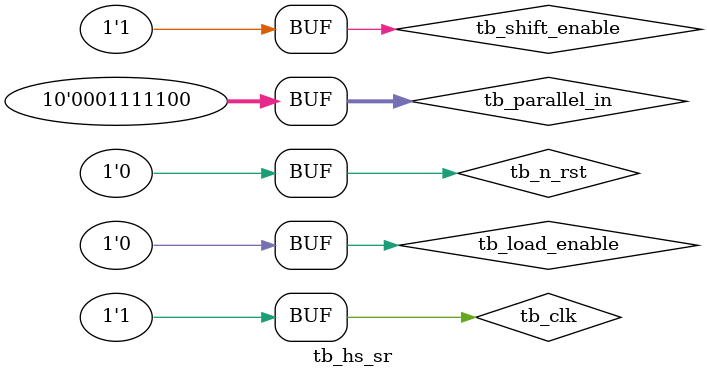
<source format=sv>
`timescale 1ns / 10ps

module tb_hs_sr();
  
  // Define parameters
parameter CLK_PERIOD = 4;
  
  
  reg tb_clk;
  reg tb_n_rst;
  reg tb_shift_enable;
  reg tb_load_enable;
  reg [9:0] tb_parallel_in;
  reg tb_serial_out;
  
  always
  		begin : CLK_GEN
  			tb_clk = 1'b0;
  			#(CLK_PERIOD / 2);
  			tb_clk = 1'b1;
  			#(CLK_PERIOD / 2);
		end
 
	hs_sr DUT
	(
		.clk(tb_clk),
		.n_rst(tb_n_rst),
		.shift_enable(tb_shift_enable),
		.load_enable(tb_load_enable),
		.parallel_in(tb_parallel_in),
		.serial_out(tb_serial_out)
	);
	
	
	 
  initial begin
  	tb_n_rst = 1;
  	tb_shift_enable = 0;
  	tb_load_enable = 0;
  	tb_parallel_in = 10'b1111001111;
  	
  	#10;
  	
	 tb_n_rst = 0;
  	tb_shift_enable = 0;
  	tb_load_enable = 1;
  	tb_parallel_in = 10'b1111001111;
  	
  	#4;
  	tb_load_enable = 0;
  	
  	#10;
  	
  	tb_shift_enable = 1;
  	
  	#36;
  	tb_parallel_in = 10'b0001111100;
  	tb_load_enable = 1;
  	
  	#4;
  	tb_load_enable = 0;
  	
  	#44;
  	
 	end
 	
  	
  	
endmodule
  	
  	
</source>
